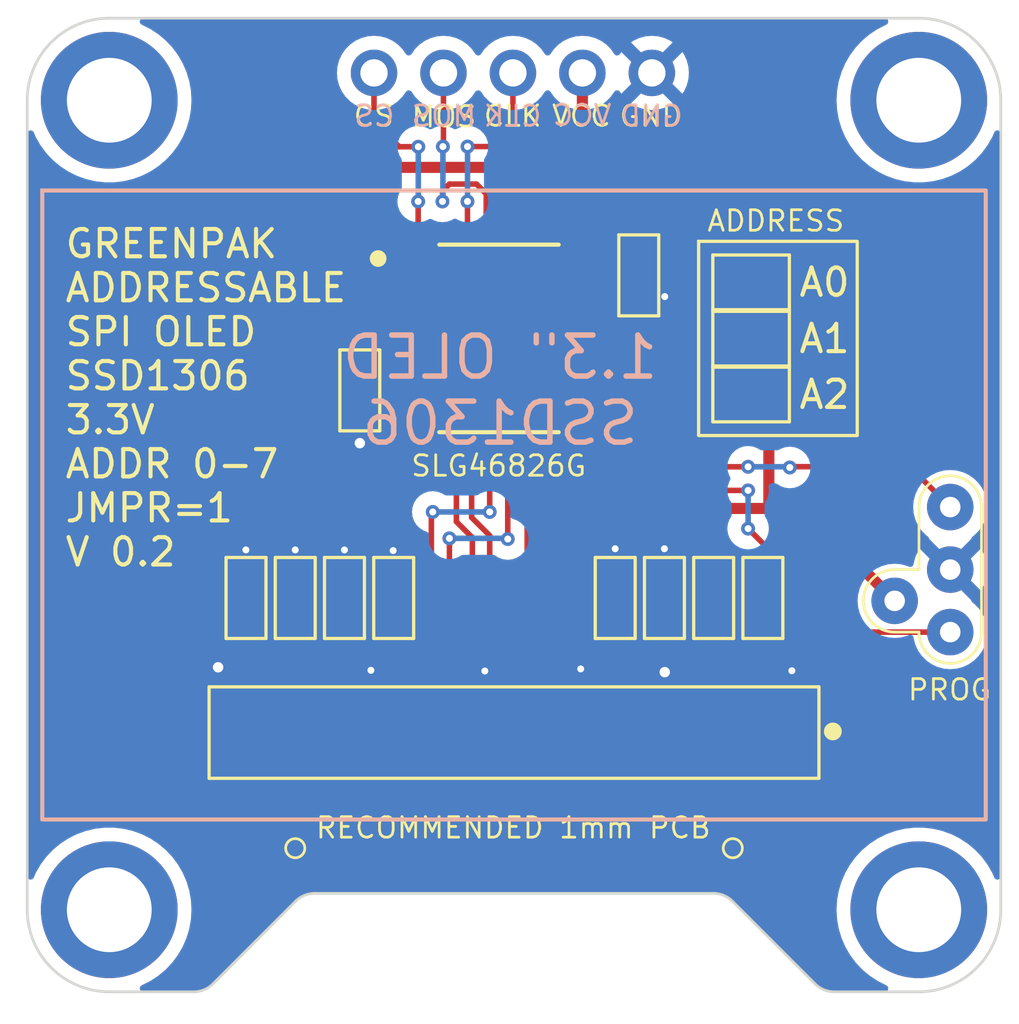
<source format=kicad_pcb>
(kicad_pcb (version 20221018) (generator pcbnew)
  (layers (0 "F.Cu" signal) (31 "B.Cu" signal) (34 "B.Paste" user) (35 "F.Paste" user) (36 "B.SilkS" user "B.Silkscreen") (37 "F.SilkS" user "F.Silkscreen") (38 "B.Mask" user) (39 "F.Mask" user) (44 "Edge.Cuts" user))
  (net 0 "")
  (net 1 "VDD")
  (net 2 "GND")
  (net 3 "Net-(U2-VCOMH)")
  (net 4 "Net-(U2-C2N)")
  (net 5 "Net-(U2-C2P)")
  (net 6 "Net-(U2-C1P)")
  (net 7 "Net-(U2-C1N)")
  (net 8 "Net-(U2-VCC)")
  (net 9 "/CS")
  (net 10 "/CLK")
  (net 11 "/MOSI")
  (net 12 "Net-(J3-SDA)")
  (net 13 "Net-(J3-SCL)")
  (net 14 "Net-(U2-IREF)")
  (net 15 "/OLED_CS")
  (net 16 "/OLED_CLK")
  (net 17 "/OLED_MOSI")
  (net 18 "/OLED_RST")
  (net 19 "/OLED_DC")
  (net 20 "Net-(U1-IO4)")
  (net 21 "Net-(U1-IO3)")
  (net 22 "Net-(U1-IO2)")
  (footprint "greenpak_oled:TSSOP20_MO-220_WECE_REN" (layer "F.Cu") (at -0.549301 -6.090701)
    (fp_text reference "U1" hide)
    (fp_text value "SLG46826G" hide)
    (fp_line (start -2.182264 3.429) (end 2.182251 3.429) (stroke (width 0.1524)) (layer "F.SilkS"))
    (fp_line (start 2.182264 -3.429) (end -2.182251 -3.429) (stroke (width 0.1524)) (layer "F.SilkS"))
    (fp_circle (center -4.4196 -2.921) (end -4.1196 -2.921) (stroke (width 0.01)) (fill solid) (layer "F.SilkS"))
    (pad "1" smd rect (at -2.97 -2.925) (size 1.78 0.42) (layers "F.Cu" "F.Paste" "F.Mask") (net 9 "/CS"))
    (pad "2" smd rect (at -2.97 -2.274999) (size 1.78 0.42) (layers "F.Cu" "F.Paste" "F.Mask") (net 10 "/CLK"))
    (pad "3" smd rect (at -2.97 -1.625001) (size 1.78 0.42) (layers "F.Cu" "F.Paste" "F.Mask") (net 11 "/MOSI"))
    (pad "4" smd rect (at -2.97 -0.974999) (size 1.78 0.42) (layers "F.Cu" "F.Paste" "F.Mask") (net 15 "/OLED_CS"))
    (pad "5" smd rect (at -2.97 -0.325001) (size 1.78 0.42) (layers "F.Cu" "F.Paste" "F.Mask") (net 16 "/OLED_CLK"))
    (pad "6" smd rect (at -2.97 0.324998) (size 1.78 0.42) (layers "F.Cu" "F.Paste" "F.Mask") (net 17 "/OLED_MOSI"))
    (pad "7" smd rect (at -2.97 0.974999) (size 1.78 0.42) (layers "F.Cu" "F.Paste" "F.Mask") (net 1 "VDD"))
    (pad "8" smd rect (at -2.97 1.624998) (size 1.78 0.42) (layers "F.Cu" "F.Paste" "F.Mask") (net 18 "/OLED_RST"))
    (pad "9" smd rect (at -2.97 2.274999) (size 1.78 0.42) (layers "F.Cu" "F.Paste" "F.Mask") (net 19 "/OLED_DC"))
    (pad "10" smd rect (at -2.97 2.924998) (size 1.78 0.42) (layers "F.Cu" "F.Paste" "F.Mask") (net 2 "GND"))
    (pad "11" smd rect (at 2.97 2.925) (size 1.78 0.42) (layers "F.Cu" "F.Paste" "F.Mask"))
    (pad "12" smd rect (at 2.97 2.275002) (size 1.78 0.42) (layers "F.Cu" "F.Paste" "F.Mask") (net 12 "Net-(J3-SDA)"))
    (pad "13" smd rect (at 2.97 1.625001) (size 1.78 0.42) (layers "F.Cu" "F.Paste" "F.Mask") (net 13 "Net-(J3-SCL)"))
    (pad "14" smd rect (at 2.97 0.975002) (size 1.78 0.42) (layers "F.Cu" "F.Paste" "F.Mask") (net 13 "Net-(J3-SCL)"))
    (pad "15" smd rect (at 2.97 0.325001) (size 1.78 0.42) (layers "F.Cu" "F.Paste" "F.Mask") (net 20 "Net-(U1-IO4)"))
    (pad "16" smd rect (at 2.97 -0.324998) (size 1.78 0.42) (layers "F.Cu" "F.Paste" "F.Mask") (net 21 "Net-(U1-IO3)"))
    (pad "17" smd rect (at 2.97 -0.974999) (size 1.78 0.42) (layers "F.Cu" "F.Paste" "F.Mask") (net 22 "Net-(U1-IO2)"))
    (pad "18" smd rect (at 2.97 -1.624998) (size 1.78 0.42) (layers "F.Cu" "F.Paste" "F.Mask") (net 12 "Net-(J3-SDA)"))
    (pad "19" smd rect (at 2.97 -2.274999) (size 1.78 0.42) (layers "F.Cu" "F.Paste" "F.Mask"))
    (pad "20" smd rect (at 2.97 -2.924998) (size 1.78 0.42) (layers "F.Cu" "F.Paste" "F.Mask") (net 1 "VDD"))
  )
  (footprint "greenpak_oled:MountingHole" (layer "F.Cu") (at 14.8 -14.8)
    (fp_text reference "H2" hide)
    (fp_text value "MountingHole" hide)
    (pad "" thru_hole circle locked (at 0 0) (size 5 5) (drill 3.1) (layers "*.Cu" "*.Mask"))
  )
  (footprint "greenpak_oled:SolderJumper-2_P1.3mm_Open_Pad1.0x1.5mm" (layer "F.Cu") (at 8.669099 -6.081701)
    (fp_text reference "JP2" hide)
    (fp_text value "Jumper_2_Open" hide)
    (fp_line (start -1.4 -1) (end 1.4 -1) (stroke (width 0.12)) (layer "F.SilkS"))
    (fp_line (start -1.4 1) (end -1.4 -1) (stroke (width 0.12)) (layer "F.SilkS"))
    (fp_line (start 1.4 -1) (end 1.4 1) (stroke (width 0.12)) (layer "F.SilkS"))
    (fp_line (start 1.4 1) (end -1.4 1) (stroke (width 0.12)) (layer "F.SilkS"))
    (pad "1" smd rect (at -0.65 0) (size 1 1.5) (layers "F.Cu" "F.Mask") (net 21 "Net-(U1-IO3)"))
    (pad "2" smd rect (at 0.65 0) (size 1 1.5) (layers "F.Cu" "F.Mask") (net 1 "VDD"))
  )
  (footprint "greenpak_oled:MountingHole" (layer "F.Cu") (at 14.8 14.8)
    (fp_text reference "H3" hide)
    (fp_text value "MountingHole" hide)
    (pad "" thru_hole circle locked (at 0 0) (size 5 5) (drill 3.1) (layers "*.Cu" "*.Mask"))
  )
  (footprint "greenpak_oled:R_0603_1608Metric" (layer "F.Cu") (at -4.4 3.4 90)
    (fp_text reference "R3" hide)
    (fp_text value "910K" hide)
    (fp_line (start -1.48 -0.73) (end 1.48 -0.73) (stroke (width 0.12)) (layer "F.SilkS"))
    (fp_line (start -1.48 0.73) (end -1.48 -0.73) (stroke (width 0.12)) (layer "F.SilkS"))
    (fp_line (start 1.48 -0.73) (end 1.48 0.73) (stroke (width 0.12)) (layer "F.SilkS"))
    (fp_line (start 1.48 0.73) (end -1.48 0.73) (stroke (width 0.12)) (layer "F.SilkS"))
    (pad "1" smd roundrect (at -0.825 0 90) (size 0.8 0.95) (layers "F.Cu" "F.Paste" "F.Mask") (net 14 "Net-(U2-IREF)"))
    (pad "2" smd roundrect (at 0.825 0 90) (size 0.8 0.95) (layers "F.Cu" "F.Paste" "F.Mask") (net 2 "GND"))
  )
  (footprint "greenpak_oled:C_0603_1608Metric" (layer "F.Cu") (at 5.5 3.4 -90)
    (fp_text reference "C6" hide)
    (fp_text value "100n" hide)
    (fp_line (start -1.48 -0.73) (end 1.48 -0.73) (stroke (width 0.12)) (layer "F.SilkS"))
    (fp_line (start -1.48 0.73) (end -1.48 -0.73) (stroke (width 0.12)) (layer "F.SilkS"))
    (fp_line (start 1.48 -0.73) (end 1.48 0.73) (stroke (width 0.12)) (layer "F.SilkS"))
    (fp_line (start 1.48 0.73) (end -1.48 0.73) (stroke (width 0.12)) (layer "F.SilkS"))
    (pad "1" smd roundrect (at -0.775 0 270) (size 0.9 0.95) (layers "F.Cu" "F.Paste" "F.Mask") (net 2 "GND"))
    (pad "2" smd roundrect (at 0.775 0 270) (size 0.9 0.95) (layers "F.Cu" "F.Paste" "F.Mask") (net 1 "VDD"))
  )
  (footprint "greenpak_oled:OLED-128O064D" (layer "F.Cu") (at 0 8.8 180)
    (fp_text reference "U2" hide)
    (fp_text value "OLED-128O064D" hide)
    (fp_line (start -11.1506 -1.1938) (end 11.1494 -1.1938) (stroke (width 0.12)) (layer "F.SilkS"))
    (fp_line (start -11.15 -1.1684) (end -11.15 2.15) (stroke (width 0.12)) (layer "F.SilkS"))
    (fp_line (start -11.15 2.15) (end 11.15 2.15) (stroke (width 0.12)) (layer "F.SilkS"))
    (fp_line (start 11.15 2.15) (end 11.15 -1.1938) (stroke (width 0.12)) (layer "F.SilkS"))
    (fp_circle (center -8 -3.75) (end -7.65 -3.75) (stroke (width 0.1)) (fill none) (layer "F.SilkS"))
    (fp_circle (center 8 -3.75) (end 8.35 -3.75) (stroke (width 0.1)) (fill none) (layer "F.SilkS"))
    (pad "1" smd rect locked (at -10.15 0.5 180) (size 0.4 3) (layers "F.Cu" "F.Paste" "F.Mask") (net 2 "GND"))
    (pad "2" smd rect locked (at -9.45 0.5 180) (size 0.4 3) (layers "F.Cu" "F.Paste" "F.Mask") (net 4 "Net-(U2-C2N)"))
    (pad "3" smd rect locked (at -8.75 0.5 180) (size 0.4 3) (layers "F.Cu" "F.Paste" "F.Mask") (net 5 "Net-(U2-C2P)"))
    (pad "4" smd rect locked (at -8.05 0.5 180) (size 0.4 3) (layers "F.Cu" "F.Paste" "F.Mask") (net 6 "Net-(U2-C1P)"))
    (pad "5" smd rect locked (at -7.35 0.5 180) (size 0.4 3) (layers "F.Cu" "F.Paste" "F.Mask") (net 7 "Net-(U2-C1N)"))
    (pad "6" smd rect locked (at -6.65 0.5 180) (size 0.4 3) (layers "F.Cu" "F.Paste" "F.Mask") (net 1 "VDD"))
    (pad "7" smd rect locked (at -5.95 0.5 180) (size 0.4 3) (layers "F.Cu" "F.Paste" "F.Mask"))
    (pad "8" smd rect locked (at -5.25 0.5 180) (size 0.4 3) (layers "F.Cu" "F.Paste" "F.Mask") (net 2 "GND"))
    (pad "9" smd rect locked (at -4.55 0.5 180) (size 0.4 3) (layers "F.Cu" "F.Paste" "F.Mask") (net 1 "VDD"))
    (pad "10" smd rect locked (at -3.85 0.5 180) (size 0.4 3) (layers "F.Cu" "F.Paste" "F.Mask") (net 2 "GND"))
    (pad "11" smd rect locked (at -3.15 0.5 180) (size 0.4 3) (layers "F.Cu" "F.Paste" "F.Mask") (net 2 "GND"))
    (pad "12" smd rect locked (at -2.45 0.5 180) (size 0.4 3) (layers "F.Cu" "F.Paste" "F.Mask") (net 2 "GND"))
    (pad "13" smd rect locked (at -1.75 0.5 180) (size 0.4 3) (layers "F.Cu" "F.Paste" "F.Mask") (net 15 "/OLED_CS"))
    (pad "14" smd rect locked (at -1.05 0.5 180) (size 0.4 3) (layers "F.Cu" "F.Paste" "F.Mask") (net 18 "/OLED_RST"))
    (pad "15" smd rect locked (at -0.35 0.5 180) (size 0.4 3) (layers "F.Cu" "F.Paste" "F.Mask") (net 19 "/OLED_DC"))
    (pad "16" smd rect locked (at 0.35 0.5 180) (size 0.4 3) (layers "F.Cu" "F.Paste" "F.Mask") (net 2 "GND"))
    (pad "17" smd rect locked (at 1.05 0.5 180) (size 0.4 3) (layers "F.Cu" "F.Paste" "F.Mask") (net 2 "GND"))
    (pad "18" smd rect locked (at 1.75 0.5 180) (size 0.4 3) (layers "F.Cu" "F.Paste" "F.Mask") (net 16 "/OLED_CLK"))
    (pad "19" smd rect locked (at 2.45 0.5 180) (size 0.4 3) (layers "F.Cu" "F.Paste" "F.Mask") (net 17 "/OLED_MOSI"))
    (pad "20" smd rect locked (at 3.15 0.5 180) (size 0.4 3) (layers "F.Cu" "F.Paste" "F.Mask"))
    (pad "21" smd rect locked (at 3.85 0.5 180) (size 0.4 3) (layers "F.Cu" "F.Paste" "F.Mask") (net 2 "GND"))
    (pad "22" smd rect locked (at 4.55 0.5 180) (size 0.4 3) (layers "F.Cu" "F.Paste" "F.Mask") (net 2 "GND"))
    (pad "23" smd rect locked (at 5.25 0.5 180) (size 0.4 3) (layers "F.Cu" "F.Paste" "F.Mask") (net 2 "GND"))
    (pad "24" smd rect locked (at 5.95 0.5 180) (size 0.4 3) (layers "F.Cu" "F.Paste" "F.Mask") (net 2 "GND"))
    (pad "25" smd rect locked (at 6.65 0.5 180) (size 0.4 3) (layers "F.Cu" "F.Paste" "F.Mask") (net 2 "GND"))
    (pad "26" smd rect locked (at 7.35 0.5 180) (size 0.4 3) (layers "F.Cu" "F.Paste" "F.Mask") (net 14 "Net-(U2-IREF)"))
    (pad "27" smd rect locked (at 8.05 0.5 180) (size 0.4 3) (layers "F.Cu" "F.Paste" "F.Mask") (net 3 "Net-(U2-VCOMH)"))
    (pad "28" smd rect locked (at 8.75 0.5 180) (size 0.4 3) (layers "F.Cu" "F.Paste" "F.Mask") (net 8 "Net-(U2-VCC)"))
    (pad "29" smd rect locked (at 9.45 0.5 180) (size 0.4 3) (layers "F.Cu" "F.Paste" "F.Mask") (net 2 "GND"))
    (pad "30" smd rect locked (at 10.15 0.5 180) (size 0.4 3) (layers "F.Cu" "F.Paste" "F.Mask") (net 2 "GND"))
  )
  (footprint "greenpak_oled:C_0603_1608Metric" (layer "F.Cu") (at -6.2 3.4 -90)
    (fp_text reference "C3" hide)
    (fp_text value "2u2" hide)
    (fp_line (start -1.48 -0.73) (end 1.48 -0.73) (stroke (width 0.12)) (layer "F.SilkS"))
    (fp_line (start -1.48 0.73) (end -1.48 -0.73) (stroke (width 0.12)) (layer "F.SilkS"))
    (fp_line (start 1.48 -0.73) (end 1.48 0.73) (stroke (width 0.12)) (layer "F.SilkS"))
    (fp_line (start 1.48 0.73) (end -1.48 0.73) (stroke (width 0.12)) (layer "F.SilkS"))
    (pad "1" smd roundrect (at -0.775 0 270) (size 0.9 0.95) (layers "F.Cu" "F.Paste" "F.Mask") (net 2 "GND"))
    (pad "2" smd roundrect (at 0.775 0 270) (size 0.9 0.95) (layers "F.Cu" "F.Paste" "F.Mask") (net 3 "Net-(U2-VCOMH)"))
  )
  (footprint "greenpak_oled:MountingHole" (layer "F.Cu") (at -14.8 14.8)
    (fp_text reference "H4" hide)
    (fp_text value "MountingHole" hide)
    (pad "" thru_hole circle locked (at 0 0) (size 5 5) (drill 3.1) (layers "*.Cu" "*.Mask"))
  )
  (footprint "greenpak_oled:C_0603_1608Metric" (layer "F.Cu") (at -5.6388 -4.191 -90)
    (fp_text reference "C1" hide)
    (fp_text value "100n" hide)
    (fp_line (start -1.48 -0.73) (end 1.48 -0.73) (stroke (width 0.12)) (layer "F.SilkS"))
    (fp_line (start -1.48 0.73) (end -1.48 -0.73) (stroke (width 0.12)) (layer "F.SilkS"))
    (fp_line (start 1.48 -0.73) (end 1.48 0.73) (stroke (width 0.12)) (layer "F.SilkS"))
    (fp_line (start 1.48 0.73) (end -1.48 0.73) (stroke (width 0.12)) (layer "F.SilkS"))
    (pad "1" smd roundrect (at -0.775 0 270) (size 0.9 0.95) (layers "F.Cu" "F.Paste" "F.Mask") (net 1 "VDD"))
    (pad "2" smd roundrect (at 0.775 0 270) (size 0.9 0.95) (layers "F.Cu" "F.Paste" "F.Mask") (net 2 "GND"))
  )
  (footprint "greenpak_oled:C_0603_1608Metric" (layer "F.Cu") (at 9.1 3.4 -90)
    (fp_text reference "C4" hide)
    (fp_text value "1u" hide)
    (fp_line (start -1.48 -0.73) (end 1.48 -0.73) (stroke (width 0.12)) (layer "F.SilkS"))
    (fp_line (start -1.48 0.73) (end -1.48 -0.73) (stroke (width 0.12)) (layer "F.SilkS"))
    (fp_line (start 1.48 -0.73) (end 1.48 0.73) (stroke (width 0.12)) (layer "F.SilkS"))
    (fp_line (start 1.48 0.73) (end -1.48 0.73) (stroke (width 0.12)) (layer "F.SilkS"))
    (pad "1" smd roundrect (at -0.775 0 270) (size 0.9 0.95) (layers "F.Cu" "F.Paste" "F.Mask") (net 4 "Net-(U2-C2N)"))
    (pad "2" smd roundrect (at 0.775 0 270) (size 0.9 0.95) (layers "F.Cu" "F.Paste" "F.Mask") (net 5 "Net-(U2-C2P)"))
  )
  (footprint "greenpak_oled:C_0603_1608Metric" (layer "F.Cu") (at 4.562299 -8.396501 90)
    (fp_text reference "C2" hide)
    (fp_text value "100n" hide)
    (fp_line (start -1.48 -0.73) (end 1.48 -0.73) (stroke (width 0.12)) (layer "F.SilkS"))
    (fp_line (start -1.48 0.73) (end -1.48 -0.73) (stroke (width 0.12)) (layer "F.SilkS"))
    (fp_line (start 1.48 -0.73) (end 1.48 0.73) (stroke (width 0.12)) (layer "F.SilkS"))
    (fp_line (start 1.48 0.73) (end -1.48 0.73) (stroke (width 0.12)) (layer "F.SilkS"))
    (pad "1" smd roundrect (at -0.775 0 90) (size 0.9 0.95) (layers "F.Cu" "F.Paste" "F.Mask") (net 2 "GND"))
    (pad "2" smd roundrect (at 0.775 0 90) (size 0.9 0.95) (layers "F.Cu" "F.Paste" "F.Mask") (net 1 "VDD"))
  )
  (footprint "greenpak_oled:MountingHole" (layer "F.Cu") (at -14.8 -14.8)
    (fp_text reference "H1" hide)
    (fp_text value "MountingHole" hide)
    (pad "" thru_hole circle locked (at 0 0) (size 5 5) (drill 3.1) (layers "*.Cu" "*.Mask"))
  )
  (footprint "greenpak_oled:SolderJumper-2_P1.3mm_Open_Pad1.0x1.5mm" (layer "F.Cu") (at 8.669099 -8.141701)
    (fp_text reference "JP1" hide)
    (fp_text value "Jumper_2_Open" hide)
    (fp_line (start -1.4 -1) (end 1.4 -1) (stroke (width 0.12)) (layer "F.SilkS"))
    (fp_line (start -1.4 1) (end -1.4 -1) (stroke (width 0.12)) (layer "F.SilkS"))
    (fp_line (start 1.4 -1) (end 1.4 1) (stroke (width 0.12)) (layer "F.SilkS"))
    (fp_line (start 1.4 1) (end -1.4 1) (stroke (width 0.12)) (layer "F.SilkS"))
    (pad "1" smd rect (at -0.65 0) (size 1 1.5) (layers "F.Cu" "F.Mask") (net 22 "Net-(U1-IO2)"))
    (pad "2" smd rect (at 0.65 0) (size 1 1.5) (layers "F.Cu" "F.Mask") (net 1 "VDD"))
  )
  (footprint "greenpak_oled:C_0603_1608Metric" (layer "F.Cu") (at 7.3 3.4 90)
    (fp_text reference "C5" hide)
    (fp_text value "1u" hide)
    (fp_line (start -1.48 -0.73) (end 1.48 -0.73) (stroke (width 0.12)) (layer "F.SilkS"))
    (fp_line (start -1.48 0.73) (end -1.48 -0.73) (stroke (width 0.12)) (layer "F.SilkS"))
    (fp_line (start 1.48 -0.73) (end 1.48 0.73) (stroke (width 0.12)) (layer "F.SilkS"))
    (fp_line (start 1.48 0.73) (end -1.48 0.73) (stroke (width 0.12)) (layer "F.SilkS"))
    (pad "1" smd roundrect (at -0.775 0 90) (size 0.9 0.95) (layers "F.Cu" "F.Paste" "F.Mask") (net 6 "Net-(U2-C1P)"))
    (pad "2" smd roundrect (at 0.775 0 90) (size 0.9 0.95) (layers "F.Cu" "F.Paste" "F.Mask") (net 7 "Net-(U2-C1N)"))
  )
  (footprint "greenpak_oled:SolderJumper-2_P1.3mm_Open_Pad1.0x1.5mm" (layer "F.Cu") (at 8.669099 -4.040701)
    (fp_text reference "JP4" hide)
    (fp_text value "Jumper_2_Open" hide)
    (fp_line (start -1.4 -1) (end 1.4 -1) (stroke (width 0.12)) (layer "F.SilkS"))
    (fp_line (start -1.4 1) (end -1.4 -1) (stroke (width 0.12)) (layer "F.SilkS"))
    (fp_line (start 1.4 -1) (end 1.4 1) (stroke (width 0.12)) (layer "F.SilkS"))
    (fp_line (start 1.4 1) (end -1.4 1) (stroke (width 0.12)) (layer "F.SilkS"))
    (pad "1" smd rect (at -0.65 0) (size 1 1.5) (layers "F.Cu" "F.Mask") (net 20 "Net-(U1-IO4)"))
    (pad "2" smd rect (at 0.65 0) (size 1 1.5) (layers "F.Cu" "F.Mask") (net 1 "VDD"))
  )
  (footprint "greenpak_oled:C_0603_1608Metric" (layer "F.Cu") (at -9.8 3.4 90)
    (fp_text reference "C9" hide)
    (fp_text value "2u2" hide)
    (fp_line (start -1.48 -0.73) (end 1.48 -0.73) (stroke (width 0.12)) (layer "F.SilkS"))
    (fp_line (start -1.48 0.73) (end -1.48 -0.73) (stroke (width 0.12)) (layer "F.SilkS"))
    (fp_line (start 1.48 -0.73) (end 1.48 0.73) (stroke (width 0.12)) (layer "F.SilkS"))
    (fp_line (start 1.48 0.73) (end -1.48 0.73) (stroke (width 0.12)) (layer "F.SilkS"))
    (pad "1" smd roundrect (at -0.775 0 90) (size 0.9 0.95) (layers "F.Cu" "F.Paste" "F.Mask") (net 8 "Net-(U2-VCC)"))
    (pad "2" smd roundrect (at 0.775 0 90) (size 0.9 0.95) (layers "F.Cu" "F.Paste" "F.Mask") (net 2 "GND"))
  )
  (footprint "greenpak_oled:POGO_SOCKET" (layer "F.Cu") (at 15.9512 2.3622 90)
    (fp_text reference "J3" hide)
    (fp_text value "POGO_SOCKET" hide)
    (fp_line (start -3.429 0) (end -3.429 0) (stroke (width 0.1)) (layer "F.SilkS"))
    (fp_line (start -2.286 -2.032) (end -2.286 -1.143) (stroke (width 0.1)) (layer "F.SilkS"))
    (fp_line (start -2.286 -1.143) (end -2.286 -1.143) (stroke (width 0.1)) (layer "F.SilkS"))
    (fp_line (start -2.286 1.143) (end 2.286 1.143) (stroke (width 0.1)) (layer "F.SilkS"))
    (fp_line (start -1.143 -3.175) (end -1.143 -3.175) (stroke (width 0.1)) (layer "F.SilkS"))
    (fp_line (start 0 -1.143) (end 0 -2.032) (stroke (width 0.1)) (layer "F.SilkS"))
    (fp_line (start 2.286 -1.143) (end 0 -1.143) (stroke (width 0.1)) (layer "F.SilkS"))
    (fp_line (start 3.429 0) (end 3.429 0) (stroke (width 0.1)) (layer "F.SilkS"))
    (fp_arc (start -3.429 0) (mid -3.094223 -0.808223) (end -2.286 -1.143) (stroke (width 0.1)) (layer "F.SilkS"))
    (fp_arc (start -2.286 -2.032) (mid -1.951223 -2.840223) (end -1.143 -3.175) (stroke (width 0.1)) (layer "F.SilkS"))
    (fp_arc (start -2.286 1.143) (mid -3.094223 0.808223) (end -3.429 0) (stroke (width 0.1)) (layer "F.SilkS"))
    (fp_arc (start -1.143 -3.175) (mid -0.334777 -2.840223) (end 0 -2.032) (stroke (width 0.1)) (layer "F.SilkS"))
    (fp_arc (start 2.286 -1.143) (mid 3.094223 -0.808223) (end 3.429 0) (stroke (width 0.1)) (layer "F.SilkS"))
    (fp_arc (start 3.429 0) (mid 3.094223 0.808223) (end 2.286 1.143) (stroke (width 0.1)) (layer "F.SilkS"))
    (pad "1" thru_hole circle (at -2.286 0 90) (size 1.7 1.7) (drill 0.75) (layers "*.Cu" "F.Mask") (net 12 "Net-(J3-SDA)"))
    (pad "2" thru_hole circle (at 0 0 90) (size 1.7 1.7) (drill 0.75) (layers "*.Cu" "F.Mask") (net 2 "GND"))
    (pad "3" thru_hole circle (at 2.286 0 90) (size 1.7 1.7) (drill 0.75) (layers "*.Cu" "F.Mask") (net 13 "Net-(J3-SCL)"))
    (pad "4" thru_hole circle (at -1.143 -2.032 90) (size 1.7 1.7) (drill 0.75) (layers "*.Cu" "F.Mask") (net 1 "VDD"))
  )
  (footprint "greenpak_oled:PinHeader_1x05_P2.54mm_Vertical" (layer "F.Cu") (at 5.04 -15.8 -90)
    (fp_text reference "J1" hide)
    (fp_text value "Conn_01x05_Pin" hide)
    (pad "1" thru_hole circle (at 0 0 270) (size 1.7 1.7) (drill 1) (layers "*.Cu" "*.Mask") (net 2 "GND"))
    (pad "2" thru_hole oval (at 0 2.54 270) (size 1.7 1.7) (drill 1) (layers "*.Cu" "*.Mask") (net 1 "VDD"))
    (pad "3" thru_hole oval (at 0 5.08 270) (size 1.7 1.7) (drill 1) (layers "*.Cu" "*.Mask") (net 10 "/CLK"))
    (pad "4" thru_hole oval (at 0 7.62 270) (size 1.7 1.7) (drill 1) (layers "*.Cu" "*.Mask") (net 11 "/MOSI"))
    (pad "5" thru_hole oval (at 0 10.16 270) (size 1.7 1.7) (drill 1) (layers "*.Cu" "*.Mask") (net 9 "/CS"))
  )
  (footprint "greenpak_oled:C_0603_1608Metric" (layer "F.Cu") (at 3.7 3.4 -90)
    (fp_text reference "C7" hide)
    (fp_text value "100n" hide)
    (fp_line (start -1.48 -0.73) (end 1.48 -0.73) (stroke (width 0.12)) (layer "F.SilkS"))
    (fp_line (start -1.48 0.73) (end -1.48 -0.73) (stroke (width 0.12)) (layer "F.SilkS"))
    (fp_line (start 1.48 -0.73) (end 1.48 0.73) (stroke (width 0.12)) (layer "F.SilkS"))
    (fp_line (start 1.48 0.73) (end -1.48 0.73) (stroke (width 0.12)) (layer "F.SilkS"))
    (pad "1" smd roundrect (at -0.775 0 270) (size 0.9 0.95) (layers "F.Cu" "F.Paste" "F.Mask") (net 2 "GND"))
    (pad "2" smd roundrect (at 0.775 0 270) (size 0.9 0.95) (layers "F.Cu" "F.Paste" "F.Mask") (net 1 "VDD"))
  )
  (footprint "greenpak_oled:C_0603_1608Metric" (layer "F.Cu") (at -8 3.4 90)
    (fp_text reference "C8" hide)
    (fp_text value "100n" hide)
    (fp_line (start -1.48 -0.73) (end 1.48 -0.73) (stroke (width 0.12)) (layer "F.SilkS"))
    (fp_line (start -1.48 0.73) (end -1.48 -0.73) (stroke (width 0.12)) (layer "F.SilkS"))
    (fp_line (start 1.48 -0.73) (end 1.48 0.73) (stroke (width 0.12)) (layer "F.SilkS"))
    (fp_line (start 1.48 0.73) (end -1.48 0.73) (stroke (width 0.12)) (layer "F.SilkS"))
    (pad "1" smd roundrect (at -0.775 0 90) (size 0.9 0.95) (layers "F.Cu" "F.Paste" "F.Mask") (net 8 "Net-(U2-VCC)"))
    (pad "2" smd roundrect (at 0.775 0 90) (size 0.9 0.95) (layers "F.Cu" "F.Paste" "F.Mask") (net 2 "GND"))
  )
  (gr_rect locked (start -17.25 -11.5) (end 17.25 11.5) (stroke (width 0.15)) (fill none) (layer "B.SilkS"))
  (gr_circle (center 11.6586 8.2804) (end 11.9586 8.2804) (stroke (width 0.05)) (fill solid) (layer "F.SilkS"))
  (gr_rect (start 6.750699 -9.640701) (end 12.550699 -2.540701) (stroke (width 0.12)) (fill none) (layer "F.SilkS"))
  (gr_arc locked (start -11.007107 17.507107) (mid -11.33153 17.72388) (end -11.714214 17.8) (stroke (width 0.1)) (layer "Edge.Cuts"))
  (gr_line locked (start -17.8 14.8) (end -17.8 -14.8) (stroke (width 0.1)) (layer "Edge.Cuts"))
  (gr_arc locked (start -7.992893 14.492893) (mid -7.66847 14.27612) (end -7.285786 14.2) (stroke (width 0.1)) (layer "Edge.Cuts"))
  (gr_arc locked (start -14.8 17.8) (mid -16.92132 16.92132) (end -17.8 14.8) (stroke (width 0.1)) (layer "Edge.Cuts"))
  (gr_line locked (start -7.285786 14.2) (end 7.285786 14.2) (stroke (width 0.1)) (layer "Edge.Cuts"))
  (gr_arc locked (start 14.8 -17.8) (mid 16.92132 -16.92132) (end 17.8 -14.8) (stroke (width 0.1)) (layer "Edge.Cuts"))
  (gr_line locked (start 7.992893 14.492893) (end 11.007107 17.507107) (stroke (width 0.1)) (layer "Edge.Cuts"))
  (gr_arc locked (start -17.8 -14.8) (mid -16.92132 -16.92132) (end -14.8 -17.8) (stroke (width 0.1)) (layer "Edge.Cuts"))
  (gr_line locked (start 11.714214 17.8) (end 14.8 17.8) (stroke (width 0.1)) (layer "Edge.Cuts"))
  (gr_arc locked (start 11.714214 17.8) (mid 11.331528 17.723884) (end 11.007107 17.507107) (stroke (width 0.1)) (layer "Edge.Cuts"))
  (gr_line locked (start -11.714214 17.8) (end -14.8 17.8) (stroke (width 0.1)) (layer "Edge.Cuts"))
  (gr_arc locked (start 17.8 14.8) (mid 16.92132 16.92132) (end 14.8 17.8) (stroke (width 0.1)) (layer "Edge.Cuts"))
  (gr_arc locked (start 7.285786 14.2) (mid 7.668472 14.276116) (end 7.992893 14.492893) (stroke (width 0.1)) (layer "Edge.Cuts"))
  (gr_line locked (start -7.992893 14.492893) (end -11.007107 17.507107) (stroke (width 0.1)) (layer "Edge.Cuts"))
  (gr_line locked (start -14.8 -17.8) (end 14.8 -17.8) (stroke (width 0.1)) (layer "Edge.Cuts"))
  (gr_line locked (start 17.8 -14.8) (end 17.8 14.8) (stroke (width 0.1)) (layer "Edge.Cuts"))
  (gr_text locked "GND" (at 5.0292 -14.224) (layer "B.SilkS") (effects (font (size 0.75 0.75) (thickness 0.1)) (justify mirror)))
  (gr_text locked "CLK" (at -0.0508 -14.224) (layer "B.SilkS") (effects (font (size 0.75 0.75) (thickness 0.1)) (justify mirror)))
  (gr_text locked "MOS" (at -2.5654 -14.224) (layer "B.SilkS") (effects (font (size 0.75 0.75) (thickness 0.1)) (justify mirror)))
  (gr_text locked "CS" (at -5.1054 -14.224) (layer "B.SilkS") (effects (font (size 0.75 0.75) (thickness 0.1)) (justify mirror)))
  (gr_text locked "VCC" (at 2.4892 -14.2494) (layer "B.SilkS") (effects (font (size 0.75 0.75) (thickness 0.1)) (justify mirror)))
  (gr_text locked "1.3{dblquote} OLED\nSSD1306\n" (at -0.508 -4.191) (layer "B.SilkS") (effects (font (size 1.5 1.5) (thickness 0.2)) (justify mirror)))
  (gr_text "RECOMMENDED 1mm PCB" (at -0.0254 12.2428) (layer "F.SilkS") (effects (font (size 0.75 0.75) (thickness 0.1)) (justify bottom)))
  (gr_text locked "SLG46826G" (at -0.5588 -0.9906) (layer "F.SilkS") (effects (font (size 0.75 0.75) (thickness 0.1)) (justify bottom)))
  (gr_text "A0" (at 10.350699 -8.140701) (layer "F.SilkS") (effects (font (size 1 1)) (justify left)))
  (gr_text locked "CS" (at -5.1308 -14.224) (layer "F.SilkS") (effects (font (size 0.75 0.75) (thickness 0.1))))
  (gr_text locked "CLK" (at -0.0508 -14.224) (layer "F.SilkS") (effects (font (size 0.75 0.75) (thickness 0.1))))
  (gr_text locked "GREENPAK\nADDRESSABLE\nSPI OLED\nSSD1306\n3.3V\nADDR 0-7\nJMPR=1\nV 0.2" (at -16.4846 -10.1346) (layer "F.SilkS") (effects (font (size 1 1)) (justify left top)))
  (gr_text locked "VCC" (at 2.4638 -14.224) (layer "F.SilkS") (effects (font (size 0.75 0.75) (thickness 0.1))))
  (gr_text "A1" (at 10.350699 -6.080701) (layer "F.SilkS") (effects (font (size 1 1)) (justify left)))
  (gr_text locked "MOS" (at -2.5654 -14.1986) (layer "F.SilkS") (effects (font (size 0.75 0.75) (thickness 0.1))))
  (gr_text "PROG" (at 15.9258 6.7564) (layer "F.SilkS") (effects (font (size 0.75 0.75) (thickness 0.1))))
  (gr_text locked "GND" (at 5.0038 -14.224) (layer "F.SilkS") (effects (font (size 0.75 0.75) (thickness 0.1))))
  (gr_text "A2" (at 10.350699 -4.039701) (layer "F.SilkS") (effects (font (size 1 1)) (justify left)))
  (gr_text "ADDRESS" (at 9.5758 -10.3886) (layer "F.SilkS") (effects (font (size 0.75 0.75) (thickness 0.1))))
  (segment (start 9.3472 0.127) (end 9.319099 0.098899) (width 0.4064) (layer "F.Cu") (net 1))
  (segment (start 4.55 5.7184) (end 3.7 4.8684) (width 0.3048) (layer "F.Cu") (net 1))
  (segment (start 9.319099 -9.934101) (end 7.2136 -12.0396) (width 0.4064) (layer "F.Cu") (net 1))
  (segment (start -3.451251 -5.115702) (end -5.7419 -5.115702) (width 0.3048) (layer "F.Cu") (net 1))
  (segment (start 2.975 4.175) (end 2.6 3.8) (width 0.4064) (layer "F.Cu") (net 1))
  (segment (start 6.65 7.8) (end 6.65 6.05) (width 0.3048) (layer "F.Cu") (net 1))
  (segment (start 5.5 4.175) (end 3.7 4.175) (width 0.3048) (layer "F.Cu") (net 1))
  (segment (start 3.7 4.175) (end 2.975 4.175) (width 0.4064) (layer "F.Cu") (net 1))
  (segment (start 2.5 -15.8) (end 2.5 -12.3552) (width 0.4064) (layer "F.Cu") (net 1))
  (segment (start 5.6 4.275) (end 5.5 4.175) (width 0.3048) (layer "F.Cu") (net 1))
  (segment (start 5.6 5) (end 5.6 4.275) (width 0.3048) (layer "F.Cu") (net 1))
  (segment (start 4.562299 -9.171501) (end 4.562299 -12.328701) (width 0.4064) (layer "F.Cu") (net 1))
  (segment (start 2.6 3.8) (end 2.6 1.3) (width 0.4064) (layer "F.Cu") (net 1))
  (segment (start 3.773 0.127) (end 10.541 0.127) (width 0.4064) (layer "F.Cu") (net 1))
  (segment (start 4.5466 -12.3444) (end -4.3942 -12.3444) (width 0.4064) (layer "F.Cu") (net 1))
  (segment (start 4.55 7.8) (end 4.55 5.7184) (width 0.3048) (layer "F.Cu") (net 1))
  (segment (start 4.562299 -12.328701) (end 4.5466 -12.3444) (width 0.4064) (layer "F.Cu") (net 1))
  (segment (start 10.541 0.127) (end 13.9192 3.5052) (width 0.4064) (layer "F.Cu") (net 1))
  (segment (start 2.352649 -9.015699) (end 4.406497 -9.015699) (width 0.3048) (layer "F.Cu") (net 1))
  (segment (start 7.2136 -12.0396) (end 6.9088 -12.3444) (width 0.4064) (layer "F.Cu") (net 1))
  (segment (start 6.9088 -12.3444) (end 4.5466 -12.3444) (width 0.4064) (layer "F.Cu") (net 1))
  (segment (start 2.6 1.3) (end 3.773 0.127) (width 0.4064) (layer "F.Cu") (net 1))
  (segment (start -5.6388 -11.0998) (end -5.6388 -5.0546) (width 0.4064) (layer "F.Cu") (net 1))
  (segment (start 3.7 4.8684) (end 3.7 4.175) (width 0.3048) (layer "F.Cu") (net 1))
  (segment (start -4.3942 -12.3444) (end -5.6388 -11.0998) (width 0.4064) (layer "F.Cu") (net 1))
  (segment (start 6.65 6.05) (end 5.6 5) (width 0.3048) (layer "F.Cu") (net 1))
  (segment (start 9.319099 0.098899) (end 9.319099 -4.040701) (width 0.4064) (layer "F.Cu") (net 1))
  (segment (start 9.319099 -4.040701) (end 9.319099 -9.934101) (width 0.4064) (layer "F.Cu") (net 1))
  (segment (start -5.713903 -3.165703) (end -5.927901 -3.379701) (width 0.2032) (layer "F.Cu") (net 2))
  (segment (start 4.562299 -7.621501) (end 5.5118 -7.621501) (width 0.3048) (layer "F.Cu") (net 2))
  (segment (start -6.65 6.0612) (end -5.9436 6.0612) (width 0.2032) (layer "F.Cu") (net 2))
  (segment (start -5.25 6.0788) (end -5.2324 6.0612) (width 0.2032) (layer "F.Cu") (net 2))
  (segment (start 3.85 6.009) (end 3.8354 5.9944) (width 0.2032) (layer "F.Cu") (net 2))
  (segment (start -5.95 6.0676) (end -5.9436 6.0612) (width 0.2032) (layer "F.Cu") (net 2))
  (segment (start -6.65 7.8) (end -6.65 6.0612) (width 0.2032) (layer "F.Cu") (net 2))
  (segment (start -9.45 5.9342) (end -10.8204 5.9342) (width 0.3048) (layer "F.Cu") (net 2))
  (segment (start 3.1594 5.9944) (end 3.15 6.0038) (width 0.2032) (layer "F.Cu") (net 2))
  (segment (start 5.25 6.3738) (end 5.5118 6.112) (width 0.3048) (layer "F.Cu") (net 2))
  (segment (start -5.25 7.8) (end -5.25 6.0788) (width 0.2032) (layer "F.Cu") (net 2))
  (segment (start -5.2324 6.0612) (end -3.8608 6.0612) (width 0.2032) (layer "F.Cu") (net 2))
  (segment (start -0.35 6.0866) (end -1.0414 6.0866) (width 0.2032) (layer "F.Cu") (net 2))
  (segment (start -1.05 6.1206) (end -1.016 6.0866) (width 0.2032) (layer "F.Cu") (net 2))
  (segment (start 2.45 7.8) (end 2.45 5.9966) (width 0.2032) (layer "F.Cu") (net 2))
  (segment (start 3.15 6.0038) (end 3.15 7.8) (width 0.2032) (layer "F.Cu") (net 2))
  (segment (start -5.9436 6.0612) (end -5.2324 6.0612) (width 0.2032) (layer "F.Cu") (net 2))
  (segment (start -5.6388 -3.416) (end -5.6388 -2.4384) (width 0.3048) (layer "F.Cu") (net 2))
  (segment (start 2.4522 5.9944) (end 2.45 5.9966) (width 0.2032) (layer "F.Cu") (net 2))
  (segment (start 3.8354 5.9944) (end 3.4798 5.9944) (width 0.2032) (layer "F.Cu") (net 2))
  (segment (start 5.5 2.625) (end 5.5 1.6) (width 0.2032) (layer "F.Cu") (net 2))
  (segment (start -6.2 2.625) (end -6.2 1.644) (width 0.2032) (layer "F.Cu") (net 2))
  (segment (start 3.4798 5.9944) (end 3.1594 5.9944) (width 0.2032) (layer "F.Cu") (net 2))
  (segment (start -5.713905 -3.165703) (end -5.927903 -3.379701) (width 0.3048) (layer "F.Cu") (net 2))
  (segment (start 10.15 7.8) (end 10.15 6.0712) (width 0.2032) (layer "F.Cu") (net 2))
  (segment (start 3.7 2.625) (end 3.7 1.6) (width 0.2032) (layer "F.Cu") (net 2))
  (segment (start 5.25 7.8) (end 5.25 6.3738) (width 0.3048) (layer "F.Cu") (net 2))
  (segment (start -3.451251 -3.165703) (end -5.713905 -3.165703) (width 0.3048) (layer "F.Cu") (net 2))
  (segment (start 10.15 6.0712) (end 10.16 6.0612) (width 0.2032) (layer "F.Cu") (net 2))
  (segment (start -3.85 7.8) (end -3.85 6.072) (width 0.2032) (layer "F.Cu") (net 2))
  (segment (start -9.45 7.8) (end -9.45 5.9342) (width 0.3048) (layer "F.Cu") (net 2))
  (segment (start -9.8 2.625) (end -9.8 1.646) (width 0.2032) (layer "F.Cu") (net 2))
  (segment (start 3.4798 5.9944) (end 2.4522 5.9944) (width 0.2032) (layer "F.Cu") (net 2))
  (segment (start 3.85 7.8) (end 3.85 6.009) (width 0.2032) (layer "F.Cu") (net 2))
  (segment (start -4.55 6.0646) (end -4.55 7.8) (width 0.2032) (layer "F.Cu") (net 2))
  (segment (start -0.35 7.8) (end -0.35 6.0866) (width 0.2032) (layer "F.Cu") (net 2))
  (segment (start -4.4 2.575) (end -4.4 1.6866) (width 0.2032) (layer "F.Cu") (net 2))
  (segment (start -8 2.625) (end -8 1.6426) (width 0.2032) (layer "F.Cu") (net 2))
  (segment (start -3.85 6.072) (end -3.8608 6.0612) (width 0.2032) (layer "F.Cu") (net 2))
  (segment (start -1.05 7.8) (end -1.05 6.1206) (width 0.2032) (layer "F.Cu") (net 2))
  (segment (start -10.15 7.8) (end -10.15 5.9496) (width 0.2032) (layer "F.Cu") (net 2))
  (segment (start -5.95 7.8) (end -5.95 6.0676) (width 0.2032) (layer "F.Cu") (net 2))
  (via (at 10.16 6.0612) (size 0.508) (drill 0.254) (layers "F.Cu" "B.Cu") (net 2))
  (via (at -4.4196 1.667) (size 0.508) (drill 0.254) (layers "F.Cu" "B.Cu") (net 2))
  (via (at 5.5 1.6) (size 0.508) (drill 0.254) (layers "F.Cu" "B.Cu") (net 2))
  (via (at -8 1.6426) (size 0.508) (drill 0.254) (layers "F.Cu" "B.Cu") (net 2))
  (via (at -6.2 1.644) (size 0.508) (drill 0.254) (layers "F.Cu" "B.Cu") (net 2))
  (via (at -5.2324 6.0452) (size 0.508) (drill 0.254) (layers "F.Cu" "B.Cu") (net 2))
  (via (at 5.5118 -7.621501) (size 0.508) (drill 0.254) (layers "F.Cu" "B.Cu") (net 2))
  (via (at 2.4384 5.9944) (size 0.508) (drill 0.254) (layers "F.Cu" "B.Cu") (net 2))
  (via (at -5.6388 -2.2606) (size 0.762) (drill 0.381) (layers "F.Cu" "B.Cu") (net 2))
  (via (at 5.5118 6.112) (size 0.762) (drill 0.381) (layers "F.Cu" "B.Cu") (net 2))
  (via (at -1.0668 6.0706) (size 0.508) (drill 0.254) (layers "F.Cu" "B.Cu") (net 2))
  (via (at -10.8204 5.9342) (size 0.762) (drill 0.381) (layers "F.Cu" "B.Cu") (net 2))
  (via (at -9.8044 1.6416) (size 0.508) (drill 0.254) (layers "F.Cu" "B.Cu") (net 2))
  (via (at 3.7 1.6) (size 0.508) (drill 0.254) (layers "F.Cu" "B.Cu") (net 2))
  (segment (start -8.05 7.8) (end -8.05 6.018) (width 0.2032) (layer "F.Cu") (net 3))
  (segment (start -8.05 6.018) (end -6.207 4.175) (width 0.2032) (layer "F.Cu") (net 3))
  (segment (start -6.207 4.175) (end -6.2 4.175) (width 0.2032) (layer "F.Cu") (net 3))
  (segment (start 10.0584 3.5834) (end 10.0584 4.8928) (width 0.2032) (layer "F.Cu") (net 4))
  (segment (start 10.0584 4.8928) (end 9.45 5.5012) (width 0.2032) (layer "F.Cu") (net 4))
  (segment (start 9.45 5.5012) (end 9.45 7.8) (width 0.2032) (layer "F.Cu") (net 4))
  (segment (start 9.1 2.625) (end 10.0584 3.5834) (width 0.2032) (layer "F.Cu") (net 4))
  (segment (start 8.75 7.8) (end 8.75 5.3376) (width 0.2032) (layer "F.Cu") (net 5))
  (segment (start 9.0932 4.9944) (end 9.0932 4.1818) (width 0.2032) (layer "F.Cu") (net 5))
  (segment (start 8.75 5.3376) (end 9.0932 4.9944) (width 0.2032) (layer "F.Cu") (net 5))
  (segment (start 9.0932 4.1818) (end 9.1 4.175) (width 0.2032) (layer "F.Cu") (net 5))
  (segment (start 8.05 7.8) (end 8.05 4.925) (width 0.2032) (layer "F.Cu") (net 6))
  (segment (start 8.05 4.925) (end 7.3 4.175) (width 0.2032) (layer "F.Cu") (net 6))
  (segment (start 6.35 4.6388) (end 6.35 3.575) (width 0.2032) (layer "F.Cu") (net 7))
  (segment (start 6.35 3.575) (end 7.3 2.625) (width 0.2032) (layer "F.Cu") (net 7))
  (segment (start 7.35 5.6388) (end 6.35 4.6388) (width 0.2032) (layer "F.Cu") (net 7))
  (segment (start 7.35 7.8) (end 7.35 5.6388) (width 0.2032) (layer "F.Cu") (net 7))
  (segment (start -8 4.175) (end -9.8 4.175) (width 0.2032) (layer "F.Cu") (net 8))
  (segment (start -8.75 7.8) (end -8.75 5.3978) (width 0.2032) (layer "F.Cu") (net 8))
  (segment (start -8.9154 5.2324) (end -8.9154 4.175) (width 0.2032) (layer "F.Cu") (net 8))
  (segment (start -8.75 5.3978) (end -8.9154 5.2324) (width 0.2032) (layer "F.Cu") (net 8))
  (segment (start -5.12 -14.02) (end -4.2 -13.1) (width 0.2032) (layer "F.Cu") (net 9))
  (segment (start -3.5052 -9.06965) (end -3.5052 -11.0998) (width 0.2032) (layer "F.Cu") (net 9))
  (segment (start -5.12 -15.8) (end -5.12 -14.02) (width 0.2032) (layer "F.Cu") (net 9))
  (segment (start -4.2 -13.1) (end -3.5 -13.1) (width 0.2032) (layer "F.Cu") (net 9))
  (via (at -3.5052 -11.0998) (size 0.508) (drill 0.254) (layers "F.Cu" "B.Cu") (net 9))
  (via (at -3.5 -13.1) (size 0.508) (drill 0.254) (layers "F.Cu" "B.Cu") (net 9))
  (segment (start -3.5052 -11.0998) (end -3.5 -11.105) (width 0.2032) (layer "B.Cu") (net 9))
  (segment (start -3.5 -11.105) (end -3.5 -13.1) (width 0.2032) (layer "B.Cu") (net 9))
  (segment (start -1.7018 -8.8646) (end -1.7018 -11.0998) (width 0.2032) (layer "F.Cu") (net 10))
  (segment (start -2.2007 -8.3657) (end -1.7018 -8.8646) (width 0.2032) (layer "F.Cu") (net 10))
  (segment (start -0.04 -15.8) (end -0.04 -13.96) (width 0.2032) (layer "F.Cu") (net 10))
  (segment (start -0.8936 -13.1064) (end -1.7 -13.1064) (width 0.2032) (layer "F.Cu") (net 10))
  (segment (start -0.04 -13.96) (end -0.8936 -13.1064) (width 0.2032) (layer "F.Cu") (net 10))
  (segment (start -3.451251 -8.3657) (end -2.2007 -8.3657) (width 0.2032) (layer "F.Cu") (net 10))
  (via (at -1.7018 -11.0998) (size 0.508) (drill 0.254) (layers "F.Cu" "B.Cu") (net 10))
  (via (at -1.7 -13.1064) (size 0.508) (drill 0.254) (layers "F.Cu" "B.Cu") (net 10))
  (segment (start -1.7 -13.1064) (end -1.7 -11.1016) (width 0.2032) (layer "B.Cu") (net 10))
  (segment (start -1.7 -11.1016) (end -1.7018 -11.0998) (width 0.2032) (layer "B.Cu") (net 10))
  (segment (start -1.016 -8.7122) (end -1.016 -11.3792) (width 0.2032) (layer "F.Cu") (net 11))
  (segment (start -2.58 -15.8) (end -2.58 -13.1264) (width 0.2032) (layer "F.Cu") (net 11))
  (segment (start -2.58 -13.1264) (end -2.6 -13.1064) (width 0.2032) (layer "F.Cu") (net 11))
  (segment (start -2.3622 -11.7348) (end -2.6162 -11.4808) (width 0.2032) (layer "F.Cu") (net 11))
  (segment (start -2.6162 -11.4808) (end -2.6162 -11.0998) (width 0.2032) (layer "F.Cu") (net 11))
  (segment (start -3.451251 -7.715702) (end -2.012498 -7.715702) (width 0.2032) (layer "F.Cu") (net 11))
  (segment (start -2.012498 -7.715702) (end -1.016 -8.7122) (width 0.2032) (layer "F.Cu") (net 11))
  (segment (start -1.016 -11.3792) (end -1.3716 -11.7348) (width 0.2032) (layer "F.Cu") (net 11))
  (segment (start -1.3716 -11.7348) (end -2.3622 -11.7348) (width 0.2032) (layer "F.Cu") (net 11))
  (via (at -2.6 -13.1064) (size 0.508) (drill 0.254) (layers "F.Cu" "B.Cu") (net 11))
  (via (at -2.6162 -11.0998) (size 0.508) (drill 0.254) (layers "F.Cu" "B.Cu") (net 11))
  (segment (start -2.6 -13.1064) (end -2.6 -11.116) (width 0.2032) (layer "B.Cu") (net 11))
  (segment (start -2.6 -11.116) (end -2.6162 -11.0998) (width 0.2032) (layer "B.Cu") (net 11))
  (segment (start 15.9512 4.6482) (end 12.344402 4.6482) (width 0.2032) (layer "F.Cu") (net 12))
  (segment (start 1.314899 -7.715699) (end 1.1176 -7.5184) (width 0.2032) (layer "F.Cu") (net 12))
  (segment (start 1.1176 -7.5184) (end 1.1176 -4.193498) (width 0.2032) (layer "F.Cu") (net 12))
  (segment (start 3.956701 -3.815699) (end 7.239 -0.5334) (width 0.2032) (layer "F.Cu") (net 12))
  (segment (start 1.1176 -4.193498) (end 1.495399 -3.815699) (width 0.2032) (layer "F.Cu") (net 12))
  (segment (start 12.344402 4.6482) (end 8.559802 0.8636) (width 0.2032) (layer "F.Cu") (net 12))
  (segment (start 1.495399 -3.815699) (end 3.956701 -3.815699) (width 0.2032) (layer "F.Cu") (net 12))
  (segment (start 2.352649 -7.715699) (end 1.314899 -7.715699) (width 0.2032) (layer "F.Cu") (net 12))
  (segment (start 7.239 -0.5334) (end 8.5598 -0.5334) (width 0.2032) (layer "F.Cu") (net 12))
  (via (at 8.559802 0.8636) (size 0.508) (drill 0.254) (layers "F.Cu" "B.Cu") (net 12))
  (via (at 8.5598 -0.5334) (size 0.508) (drill 0.254) (layers "F.Cu" "B.Cu") (net 12))
  (segment (start 8.5598 0.863598) (end 8.559802 0.8636) (width 0.2032) (layer "B.Cu") (net 12))
  (segment (start 8.5598 -0.5334) (end 8.5598 0.863598) (width 0.2032) (layer "B.Cu") (net 12))
  (segment (start 15.9512 0.0762) (end 14.475 -1.4) (width 0.2032) (layer "F.Cu") (net 13))
  (segment (start 2.352649 -4.4657) (end 4.4343 -4.4657) (width 0.2032) (layer "F.Cu") (net 13))
  (segment (start 3.927299 -5.115699) (end 2.352649 -5.115699) (width 0.2032) (layer "F.Cu") (net 13))
  (segment (start 14.475 -1.4) (end 10.2 -1.4) (width 0.2032) (layer "F.Cu") (net 13))
  (segment (start 7.503 -1.397) (end 8.5598 -1.397) (width 0.2032) (layer "F.Cu") (net 13))
  (segment (start 4.4343 -4.4657) (end 7.503 -1.397) (width 0.2032) (layer "F.Cu") (net 13))
  (segment (start 3.927299 -5.115699) (end 3.927299 -4.484901) (width 0.2032) (layer "F.Cu") (net 13))
  (via (at 8.5598 -1.397) (size 0.508) (drill 0.254) (layers "F.Cu" "B.Cu") (net 13))
  (via (at 10.0838 -1.3716) (size 0.508) (drill 0.254) (layers "F.Cu" "B.Cu") (net 13))
  (segment (start 10.097 -1.397) (end 8.5598 -1.397) (width 0.2032) (layer "B.Cu") (net 13))
  (segment (start -7.35 6.08) (end -6.6962 5.4262) (width 0.2032) (layer "F.Cu") (net 14))
  (segment (start -4.4196 4.2446) (end -4.4 4.225) (width 0.2032) (layer "F.Cu") (net 14))
  (segment (start -5.0292 5.4262) (end -4.4196 4.8166) (width 0.2032) (layer "F.Cu") (net 14))
  (segment (start -4.4196 4.8166) (end -4.4196 4.2446) (width 0.2032) (layer "F.Cu") (net 14))
  (segment (start -7.35 7.8) (end -7.35 6.08) (width 0.2032) (layer "F.Cu") (net 14))
  (segment (start -6.6962 5.4262) (end -5.0292 5.4262) (width 0.2032) (layer "F.Cu") (net 14))
  (segment (start 0.4826 3.0132) (end 0.4826 -4.8006) (width 0.2032) (layer "F.Cu") (net 15))
  (segment (start 1.75 7.8) (end 1.75 4.2806) (width 0.2032) (layer "F.Cu") (net 15))
  (segment (start 0.4826 -4.8006) (end -1.7825 -7.0657) (width 0.2032) (layer "F.Cu") (net 15))
  (segment (start -1.7825 -7.0657) (end -3.451251 -7.0657) (width 0.2032) (layer "F.Cu") (net 15))
  (segment (start 1.75 4.2806) (end 0.4826 3.0132) (width 0.2032) (layer "F.Cu") (net 15))
  (segment (start -2.3622 5.3848) (end -2.3622 1.2192) (width 0.2032) (layer "F.Cu") (net 16))
  (segment (start -1.75 7.8) (end -1.75 5.997) (width 0.2032) (layer "F.Cu") (net 16))
  (segment (start -1.75 5.997) (end -2.3622 5.3848) (width 0.2032) (layer "F.Cu") (net 16))
  (segment (start -3.451251 -6.415702) (end -1.996102 -6.415702) (width 0.2032) (layer "F.Cu") (net 16))
  (segment (start -0.2286 -4.6482) (end -0.2286 1.2446) (width 0.2032) (layer "F.Cu") (net 16))
  (segment (start -1.996102 -6.415702) (end -0.2286 -4.6482) (width 0.2032) (layer "F.Cu") (net 16))
  (via (at -0.2286 1.2446) (size 0.508) (drill 0.254) (layers "F.Cu" "B.Cu") (net 16))
  (via (at -2.3622 1.2192) (size 0.508) (drill 0.254) (layers "F.Cu" "B.Cu") (net 16))
  (segment (start -0.254 1.2192) (end -2.3622 1.2192) (width 0.2032) (layer "B.Cu") (net 16))
  (segment (start -0.2286 1.2446) (end -0.254 1.2192) (width 0.2032) (layer "B.Cu") (net 16))
  (segment (start -2.45 7.8) (end -2.45 6.059) (width 0.2032) (layer "F.Cu") (net 17))
  (segment (start -3.0226 0.3048) (end -2.9718 0.254) (width 0.2032) (layer "F.Cu") (net 17))
  (segment (start -3.451251 -5.765703) (end -2.209703 -5.765703) (width 0.2032) (layer "F.Cu") (net 17))
  (segment (start -2.209703 -5.765703) (end -0.889 -4.445) (width 0.2032) (layer "F.Cu") (net 17))
  (segment (start -2.45 6.059) (end -3.0226 5.4864) (width 0.2032) (layer "F.Cu") (net 17))
  (segment (start -3.0226 5.4864) (end -3.0226 0.3048) (width 0.2032) (layer "F.Cu") (net 17))
  (segment (start -0.889 -4.445) (end -0.889 0.253998) (width 0.2032) (layer "F.Cu") (net 17))
  (via (at -0.889 0.253998) (size 0.508) (drill 0.254) (layers "F.Cu" "B.Cu") (net 17))
  (via (at -2.9718 0.254) (size 0.508) (drill 0.254) (layers "F.Cu" "B.Cu") (net 17))
  (segment (start -0.889002 0.254) (end -0.889 0.253998) (width 0.2032) (layer "B.Cu") (net 17))
  (segment (start -2.9718 0.254) (end -0.889002 0.254) (width 0.2032) (layer "B.Cu") (net 17))
  (segment (start 1.05 5.0538) (end -0.889 3.1148) (width 0.2032) (layer "F.Cu") (net 18))
  (segment (start -0.889 3.1148) (end -0.889 1.1176) (width 0.2032) (layer "F.Cu") (net 18))
  (segment (start -1.5494 0.4572) (end -1.5494 -3.937) (width 0.2032) (layer "F.Cu") (net 18))
  (segment (start -2.078103 -4.465703) (end -3.451251 -4.465703) (width 0.2032) (layer "F.Cu") (net 18))
  (segment (start -0.889 1.1176) (end -1.5494 0.4572) (width 0.2032) (layer "F.Cu") (net 18))
  (segment (start -1.5494 -3.937) (end -2.078103 -4.465703) (width 0.2032) (layer "F.Cu") (net 18))
  (segment (start 1.05 7.8) (end 1.05 5.0538) (width 0.2032) (layer "F.Cu") (net 18))
  (segment (start -2.367902 -3.815702) (end -3.451251 -3.815702) (width 0.2032) (layer "F.Cu") (net 19))
  (segment (start 0.35 7.8) (end 0.35 5.7508) (width 0.2032) (layer "F.Cu") (net 19))
  (segment (start -1.524 3.8768) (end -1.524 1.1938) (width 0.2032) (layer "F.Cu") (net 19))
  (segment (start -1.524 1.1938) (end -2.1082 0.6096) (width 0.2032) (layer "F.Cu") (net 19))
  (segment (start -2.1082 0.6096) (end -2.1082 -3.556) (width 0.2032) (layer "F.Cu") (net 19))
  (segment (start -2.1082 -3.556) (end -2.367902 -3.815702) (width 0.2032) (layer "F.Cu") (net 19))
  (segment (start 0.35 5.7508) (end -1.524 3.8768) (width 0.2032) (layer "F.Cu") (net 19))
  (segment (start 4.5343 -5.7657) (end 6.259299 -4.040701) (width 0.2032) (layer "F.Cu") (net 20))
  (segment (start 2.352649 -5.7657) (end 4.5343 -5.7657) (width 0.2032) (layer "F.Cu") (net 20))
  (segment (start 6.259299 -4.040701) (end 8.019099 -4.040701) (width 0.2032) (layer "F.Cu") (net 20))
  (segment (start 7.685101 -6.415699) (end 8.019099 -6.081701) (width 0.2032) (layer "F.Cu") (net 21))
  (segment (start 2.352649 -6.415699) (end 7.685101 -6.415699) (width 0.2032) (layer "F.Cu") (net 21))
  (segment (start 4.0386 -6.821701) (end 3.794601 -7.0657) (width 0.2032) (layer "F.Cu") (net 22))
  (segment (start 5.805701 -6.821701) (end 4.0386 -6.821701) (width 0.2032) (layer "F.Cu") (net 22))
  (segment (start 3.794601 -7.0657) (end 2.352649 -7.0657) (width 0.2032) (layer "F.Cu") (net 22))
  (segment (start 8.019099 -8.141701) (end 7.125701 -8.141701) (width 0.2032) (layer "F.Cu") (net 22))
  (segment (start 7.125701 -8.141701) (end 5.805701 -6.821701) (width 0.2032) (layer "F.Cu") (net 22))
  (zone (net 2) (net_name "GND") (layer "B.Cu") (connect_pads (clearance 0.5)) (min_thickness 0.25) (fill yes (thermal_gap 0.5) (thermal_bridge_width 0.5))
    (polygon (pts (xy -18.796 -18.4658) (xy 18.4658 -18.4658) (xy 18.4658 18.3642) (xy 17.8562 18.9738) (xy -18.796 18.9738)))
  )
)
</source>
